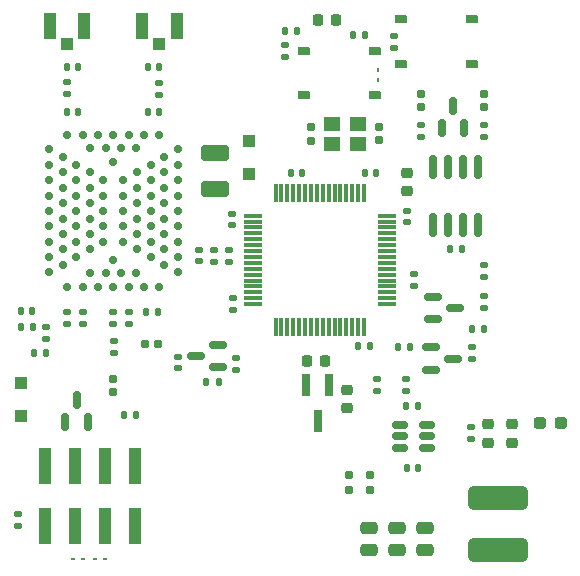
<source format=gbr>
%TF.GenerationSoftware,KiCad,Pcbnew,(7.0.0)*%
%TF.CreationDate,2023-03-16T22:42:37+01:00*%
%TF.ProjectId,iot_diagnostic_tool,696f745f-6469-4616-976e-6f737469635f,rev?*%
%TF.SameCoordinates,Original*%
%TF.FileFunction,Paste,Top*%
%TF.FilePolarity,Positive*%
%FSLAX46Y46*%
G04 Gerber Fmt 4.6, Leading zero omitted, Abs format (unit mm)*
G04 Created by KiCad (PCBNEW (7.0.0)) date 2023-03-16 22:42:37*
%MOMM*%
%LPD*%
G01*
G04 APERTURE LIST*
G04 Aperture macros list*
%AMRoundRect*
0 Rectangle with rounded corners*
0 $1 Rounding radius*
0 $2 $3 $4 $5 $6 $7 $8 $9 X,Y pos of 4 corners*
0 Add a 4 corners polygon primitive as box body*
4,1,4,$2,$3,$4,$5,$6,$7,$8,$9,$2,$3,0*
0 Add four circle primitives for the rounded corners*
1,1,$1+$1,$2,$3*
1,1,$1+$1,$4,$5*
1,1,$1+$1,$6,$7*
1,1,$1+$1,$8,$9*
0 Add four rect primitives between the rounded corners*
20,1,$1+$1,$2,$3,$4,$5,0*
20,1,$1+$1,$4,$5,$6,$7,0*
20,1,$1+$1,$6,$7,$8,$9,0*
20,1,$1+$1,$8,$9,$2,$3,0*%
G04 Aperture macros list end*
%ADD10RoundRect,0.135000X0.135000X0.185000X-0.135000X0.185000X-0.135000X-0.185000X0.135000X-0.185000X0*%
%ADD11RoundRect,0.135000X0.185000X-0.135000X0.185000X0.135000X-0.185000X0.135000X-0.185000X-0.135000X0*%
%ADD12RoundRect,0.135000X-0.135000X-0.185000X0.135000X-0.185000X0.135000X0.185000X-0.135000X0.185000X0*%
%ADD13RoundRect,0.218750X0.218750X0.256250X-0.218750X0.256250X-0.218750X-0.256250X0.218750X-0.256250X0*%
%ADD14RoundRect,0.140000X-0.140000X-0.170000X0.140000X-0.170000X0.140000X0.170000X-0.140000X0.170000X0*%
%ADD15RoundRect,0.140000X-0.170000X0.140000X-0.170000X-0.140000X0.170000X-0.140000X0.170000X0.140000X0*%
%ADD16RoundRect,0.140000X0.140000X0.170000X-0.140000X0.170000X-0.140000X-0.170000X0.140000X-0.170000X0*%
%ADD17R,0.800000X1.900000*%
%ADD18RoundRect,0.155000X-0.155000X0.212500X-0.155000X-0.212500X0.155000X-0.212500X0.155000X0.212500X0*%
%ADD19RoundRect,0.155000X0.155000X-0.212500X0.155000X0.212500X-0.155000X0.212500X-0.155000X-0.212500X0*%
%ADD20RoundRect,0.225000X0.250000X-0.225000X0.250000X0.225000X-0.250000X0.225000X-0.250000X-0.225000X0*%
%ADD21RoundRect,0.525000X2.025000X-0.525000X2.025000X0.525000X-2.025000X0.525000X-2.025000X-0.525000X0*%
%ADD22R,1.000000X1.050000*%
%ADD23R,1.050000X2.200000*%
%ADD24RoundRect,0.135000X-0.185000X0.135000X-0.185000X-0.135000X0.185000X-0.135000X0.185000X0.135000X0*%
%ADD25RoundRect,0.160000X0.160000X-0.197500X0.160000X0.197500X-0.160000X0.197500X-0.160000X-0.197500X0*%
%ADD26RoundRect,0.140000X0.170000X-0.140000X0.170000X0.140000X-0.170000X0.140000X-0.170000X-0.140000X0*%
%ADD27RoundRect,0.062500X-0.117500X-0.062500X0.117500X-0.062500X0.117500X0.062500X-0.117500X0.062500X0*%
%ADD28RoundRect,0.150000X0.150000X-0.587500X0.150000X0.587500X-0.150000X0.587500X-0.150000X-0.587500X0*%
%ADD29R,1.000000X3.150000*%
%ADD30RoundRect,0.112500X-0.387500X-0.262500X0.387500X-0.262500X0.387500X0.262500X-0.387500X0.262500X0*%
%ADD31RoundRect,0.225000X-0.250000X0.225000X-0.250000X-0.225000X0.250000X-0.225000X0.250000X0.225000X0*%
%ADD32RoundRect,0.250000X0.475000X-0.250000X0.475000X0.250000X-0.475000X0.250000X-0.475000X-0.250000X0*%
%ADD33RoundRect,0.150000X-0.587500X-0.150000X0.587500X-0.150000X0.587500X0.150000X-0.587500X0.150000X0*%
%ADD34RoundRect,0.237500X0.287500X0.237500X-0.287500X0.237500X-0.287500X-0.237500X0.287500X-0.237500X0*%
%ADD35RoundRect,0.150000X0.587500X0.150000X-0.587500X0.150000X-0.587500X-0.150000X0.587500X-0.150000X0*%
%ADD36RoundRect,0.062500X0.117500X0.062500X-0.117500X0.062500X-0.117500X-0.062500X0.117500X-0.062500X0*%
%ADD37RoundRect,0.250000X0.300000X-0.300000X0.300000X0.300000X-0.300000X0.300000X-0.300000X-0.300000X0*%
%ADD38RoundRect,0.155000X-0.212500X-0.155000X0.212500X-0.155000X0.212500X0.155000X-0.212500X0.155000X0*%
%ADD39RoundRect,0.075000X-0.075000X0.700000X-0.075000X-0.700000X0.075000X-0.700000X0.075000X0.700000X0*%
%ADD40RoundRect,0.075000X-0.700000X0.075000X-0.700000X-0.075000X0.700000X-0.075000X0.700000X0.075000X0*%
%ADD41R,1.400000X1.200000*%
%ADD42RoundRect,0.150000X0.512500X0.150000X-0.512500X0.150000X-0.512500X-0.150000X0.512500X-0.150000X0*%
%ADD43RoundRect,0.150000X0.150000X-0.825000X0.150000X0.825000X-0.150000X0.825000X-0.150000X-0.825000X0*%
%ADD44RoundRect,0.062500X0.062500X-0.117500X0.062500X0.117500X-0.062500X0.117500X-0.062500X-0.117500X0*%
%ADD45RoundRect,0.112500X0.387500X0.262500X-0.387500X0.262500X-0.387500X-0.262500X0.387500X-0.262500X0*%
%ADD46RoundRect,0.225000X-0.225000X-0.250000X0.225000X-0.250000X0.225000X0.250000X-0.225000X0.250000X0*%
%ADD47RoundRect,0.250000X0.925000X-0.412500X0.925000X0.412500X-0.925000X0.412500X-0.925000X-0.412500X0*%
%ADD48RoundRect,0.160000X-0.160000X0.197500X-0.160000X-0.197500X0.160000X-0.197500X0.160000X0.197500X0*%
%ADD49C,0.700000*%
G04 APERTURE END LIST*
D10*
%TO.C,R19*%
X152210000Y-72950000D03*
X151190000Y-72950000D03*
%TD*%
D11*
%TO.C,R18*%
X151225000Y-75210000D03*
X151225000Y-74190000D03*
%TD*%
D12*
%TO.C,R17*%
X156940000Y-73325000D03*
X157960000Y-73325000D03*
%TD*%
D13*
%TO.C,D2*%
X155537500Y-72000000D03*
X153962500Y-72000000D03*
%TD*%
D14*
%TO.C,C4*%
X151655000Y-84975001D03*
X152615000Y-84975001D03*
%TD*%
D15*
%TO.C,C23*%
X146450000Y-91540000D03*
X146450000Y-92500000D03*
%TD*%
D16*
%TO.C,C18*%
X166140000Y-91450001D03*
X165180000Y-91450001D03*
%TD*%
D17*
%TO.C,U6*%
X154899999Y-102949999D03*
X152999999Y-102949999D03*
X153949999Y-105949999D03*
%TD*%
D18*
%TO.C,C9*%
X159185000Y-81057501D03*
X159185000Y-82192501D03*
%TD*%
D10*
%TO.C,R8*%
X161810000Y-99750000D03*
X160790000Y-99750000D03*
%TD*%
D19*
%TO.C,C10*%
X153400000Y-82242502D03*
X153400000Y-81107502D03*
%TD*%
D20*
%TO.C,C1*%
X161500000Y-86525000D03*
X161500000Y-84975000D03*
%TD*%
D21*
%TO.C,L1*%
X169250000Y-112500000D03*
X169250000Y-116900000D03*
%TD*%
D19*
%TO.C,C19*%
X168060000Y-79417501D03*
X168060000Y-78282501D03*
%TD*%
D22*
%TO.C,AE1*%
X140559999Y-74075000D03*
D23*
X139084999Y-72550000D03*
X142034999Y-72550000D03*
%TD*%
D15*
%TO.C,C2*%
X161535000Y-88170001D03*
X161535000Y-89130001D03*
%TD*%
D24*
%TO.C,R30*%
X137960000Y-96790001D03*
X137960000Y-97810001D03*
%TD*%
D25*
%TO.C,R2*%
X156600000Y-111797500D03*
X156600000Y-110602500D03*
%TD*%
D26*
%TO.C,C7*%
X146785000Y-96555001D03*
X146785000Y-95595001D03*
%TD*%
D27*
%TO.C,D9*%
X135967500Y-117675000D03*
X135127500Y-117675000D03*
%TD*%
D28*
%TO.C,D1*%
X164460000Y-81187501D03*
X166360000Y-81187501D03*
X165410000Y-79312501D03*
%TD*%
D24*
%TO.C,R35*%
X132760000Y-96790001D03*
X132760000Y-97810001D03*
%TD*%
D16*
%TO.C,C38*%
X140550000Y-79800000D03*
X139590000Y-79800000D03*
%TD*%
D11*
%TO.C,R38*%
X140550000Y-78410000D03*
X140550000Y-77390000D03*
%TD*%
D29*
%TO.C,J2*%
X138509999Y-109824999D03*
X138509999Y-114874999D03*
X135969999Y-109824999D03*
X135969999Y-114874999D03*
X133429999Y-109824999D03*
X133429999Y-114874999D03*
X130889999Y-109824999D03*
X130889999Y-114874999D03*
%TD*%
D24*
%TO.C,R36*%
X134060000Y-96790001D03*
X134060000Y-97810001D03*
%TD*%
D30*
%TO.C,SW3*%
X152800000Y-74625000D03*
X158800000Y-74625000D03*
X152800000Y-78375000D03*
X158800000Y-78375000D03*
%TD*%
D14*
%TO.C,C41*%
X132725000Y-76050001D03*
X133685000Y-76050001D03*
%TD*%
D11*
%TO.C,R39*%
X132750000Y-78310000D03*
X132750000Y-77290000D03*
%TD*%
D12*
%TO.C,R7*%
X167050000Y-98160001D03*
X168070000Y-98160001D03*
%TD*%
D24*
%TO.C,R32*%
X136700000Y-99190000D03*
X136700000Y-100210000D03*
%TD*%
D11*
%TO.C,R4*%
X168060000Y-81910001D03*
X168060000Y-80890001D03*
%TD*%
D12*
%TO.C,R34*%
X128800000Y-97990001D03*
X129820000Y-97990001D03*
%TD*%
D16*
%TO.C,C14*%
X162490000Y-110000001D03*
X161530000Y-110000001D03*
%TD*%
D22*
%TO.C,AE2*%
X132734999Y-74080000D03*
D23*
X131259999Y-72555000D03*
X134209999Y-72555000D03*
%TD*%
D24*
%TO.C,R9*%
X167050000Y-99690000D03*
X167050000Y-100710000D03*
%TD*%
D16*
%TO.C,C37*%
X129790000Y-96700001D03*
X128830000Y-96700001D03*
%TD*%
D31*
%TO.C,C13*%
X168400000Y-106275000D03*
X168400000Y-107825000D03*
%TD*%
D28*
%TO.C,D7*%
X132600000Y-106087500D03*
X134500000Y-106087500D03*
X133550000Y-104212500D03*
%TD*%
D32*
%TO.C,C16*%
X160650000Y-116950000D03*
X160650000Y-115050000D03*
%TD*%
D24*
%TO.C,R33*%
X130960000Y-98030001D03*
X130960000Y-99050001D03*
%TD*%
D33*
%TO.C,Q1*%
X163687500Y-95475000D03*
X163687500Y-97375000D03*
X165562500Y-96425000D03*
%TD*%
D34*
%TO.C,F1*%
X174525000Y-106150000D03*
X172775000Y-106150000D03*
%TD*%
D24*
%TO.C,R1*%
X159010000Y-102440001D03*
X159010000Y-103460001D03*
%TD*%
D18*
%TO.C,C34*%
X136600000Y-102402500D03*
X136600000Y-103537500D03*
%TD*%
D35*
%TO.C,Q2*%
X145487500Y-101450000D03*
X145487500Y-99550000D03*
X143612500Y-100500000D03*
%TD*%
D36*
%TO.C,D8*%
X133280000Y-117675000D03*
X134120000Y-117675000D03*
%TD*%
D14*
%TO.C,C3*%
X157955000Y-85025001D03*
X158915000Y-85025001D03*
%TD*%
D11*
%TO.C,R10*%
X168060000Y-96420001D03*
X168060000Y-95400001D03*
%TD*%
D31*
%TO.C,C12*%
X170400000Y-106275000D03*
X170400000Y-107825000D03*
%TD*%
D11*
%TO.C,R11*%
X168060000Y-93770001D03*
X168060000Y-92750001D03*
%TD*%
D15*
%TO.C,C25*%
X142100000Y-100570000D03*
X142100000Y-101530000D03*
%TD*%
D14*
%TO.C,C36*%
X129970000Y-100250000D03*
X130930000Y-100250000D03*
%TD*%
D32*
%TO.C,C17*%
X158300000Y-116950000D03*
X158300000Y-115050000D03*
%TD*%
D12*
%TO.C,R15*%
X144540000Y-102700000D03*
X145560000Y-102700000D03*
%TD*%
D37*
%TO.C,D11*%
X148175000Y-85050000D03*
X148175000Y-82250000D03*
%TD*%
D26*
%TO.C,C6*%
X146735000Y-89430001D03*
X146735000Y-88470001D03*
%TD*%
D38*
%TO.C,C35*%
X139332500Y-99450000D03*
X140467500Y-99450000D03*
%TD*%
D15*
%TO.C,C22*%
X145200000Y-91540000D03*
X145200000Y-92500000D03*
%TD*%
D39*
%TO.C,U1*%
X157885000Y-86675001D03*
X157385000Y-86675001D03*
X156885000Y-86675001D03*
X156385000Y-86675001D03*
X155885000Y-86675001D03*
X155385000Y-86675001D03*
X154885000Y-86675001D03*
X154385000Y-86675001D03*
X153885000Y-86675001D03*
X153385000Y-86675001D03*
X152885000Y-86675001D03*
X152385000Y-86675001D03*
X151885000Y-86675001D03*
X151385000Y-86675001D03*
X150885000Y-86675001D03*
X150385000Y-86675001D03*
D40*
X148460000Y-88600001D03*
X148460000Y-89100001D03*
X148460000Y-89600001D03*
X148460000Y-90100001D03*
X148460000Y-90600001D03*
X148460000Y-91100001D03*
X148460000Y-91600001D03*
X148460000Y-92100001D03*
X148460000Y-92600001D03*
X148460000Y-93100001D03*
X148460000Y-93600001D03*
X148460000Y-94100001D03*
X148460000Y-94600001D03*
X148460000Y-95100001D03*
X148460000Y-95600001D03*
X148460000Y-96100001D03*
D39*
X150385000Y-98025001D03*
X150885000Y-98025001D03*
X151385000Y-98025001D03*
X151885000Y-98025001D03*
X152385000Y-98025001D03*
X152885000Y-98025001D03*
X153385000Y-98025001D03*
X153885000Y-98025001D03*
X154385000Y-98025001D03*
X154885000Y-98025001D03*
X155385000Y-98025001D03*
X155885000Y-98025001D03*
X156385000Y-98025001D03*
X156885000Y-98025001D03*
X157385000Y-98025001D03*
X157885000Y-98025001D03*
D40*
X159810000Y-96100001D03*
X159810000Y-95600001D03*
X159810000Y-95100001D03*
X159810000Y-94600001D03*
X159810000Y-94100001D03*
X159810000Y-93600001D03*
X159810000Y-93100001D03*
X159810000Y-92600001D03*
X159810000Y-92100001D03*
X159810000Y-91600001D03*
X159810000Y-91100001D03*
X159810000Y-90600001D03*
X159810000Y-90100001D03*
X159810000Y-89600001D03*
X159810000Y-89100001D03*
X159810000Y-88600001D03*
%TD*%
D20*
%TO.C,C28*%
X156460000Y-104925001D03*
X156460000Y-103375001D03*
%TD*%
D16*
%TO.C,C5*%
X158365000Y-99675001D03*
X157405000Y-99675001D03*
%TD*%
D10*
%TO.C,R31*%
X138610000Y-105450000D03*
X137590000Y-105450000D03*
%TD*%
D24*
%TO.C,R14*%
X147000000Y-100640000D03*
X147000000Y-101660000D03*
%TD*%
D15*
%TO.C,C11*%
X166900000Y-106520000D03*
X166900000Y-107480000D03*
%TD*%
D41*
%TO.C,Y1*%
X157334999Y-80825000D03*
X155134999Y-80825000D03*
X155134999Y-82525000D03*
X157334999Y-82525000D03*
%TD*%
D42*
%TO.C,U2*%
X163185000Y-108250001D03*
X163185000Y-107300001D03*
X163185000Y-106350001D03*
X160910000Y-106350001D03*
X160910000Y-107300001D03*
X160910000Y-108250001D03*
%TD*%
D33*
%TO.C,Q4*%
X163512500Y-99750000D03*
X163512500Y-101650000D03*
X165387500Y-100700000D03*
%TD*%
D16*
%TO.C,C39*%
X140530000Y-76050000D03*
X139570000Y-76050000D03*
%TD*%
D43*
%TO.C,U3*%
X163705000Y-89425001D03*
X164975000Y-89425001D03*
X166245000Y-89425001D03*
X167515000Y-89425001D03*
X167515000Y-84475001D03*
X166245000Y-84475001D03*
X164975000Y-84475001D03*
X163705000Y-84475001D03*
%TD*%
D24*
%TO.C,R37*%
X128550000Y-113840000D03*
X128550000Y-114860000D03*
%TD*%
D44*
%TO.C,D10*%
X159050000Y-76252500D03*
X159050000Y-77092500D03*
%TD*%
D10*
%TO.C,R12*%
X162470000Y-104750001D03*
X161450000Y-104750001D03*
%TD*%
D11*
%TO.C,R13*%
X161450000Y-103450000D03*
X161450000Y-102430000D03*
%TD*%
%TO.C,R5*%
X162710000Y-81910001D03*
X162710000Y-80890001D03*
%TD*%
D15*
%TO.C,C8*%
X160450000Y-73420000D03*
X160450000Y-74380000D03*
%TD*%
D37*
%TO.C,D6*%
X128850000Y-105550000D03*
X128850000Y-102750000D03*
%TD*%
D19*
%TO.C,C20*%
X162710000Y-79417501D03*
X162710000Y-78282501D03*
%TD*%
D32*
%TO.C,C15*%
X163000000Y-116950000D03*
X163000000Y-115050000D03*
%TD*%
D45*
%TO.C,SW1*%
X167050000Y-75725000D03*
X161050000Y-75725000D03*
X167050000Y-71975000D03*
X161050000Y-71975000D03*
%TD*%
D46*
%TO.C,C29*%
X153035000Y-100950000D03*
X154585000Y-100950000D03*
%TD*%
D47*
%TO.C,C24*%
X145300000Y-86375000D03*
X145300000Y-83300000D03*
%TD*%
D48*
%TO.C,R3*%
X158360000Y-110602501D03*
X158360000Y-111797501D03*
%TD*%
D14*
%TO.C,C40*%
X132735000Y-79800001D03*
X133695000Y-79800001D03*
%TD*%
D24*
%TO.C,R29*%
X136660000Y-96780002D03*
X136660000Y-97800002D03*
%TD*%
D49*
%TO.C,U4*%
X131210000Y-83000001D03*
X131210000Y-84300001D03*
X131210000Y-85600001D03*
X131210000Y-86900001D03*
X131210000Y-88200001D03*
X131210000Y-89500001D03*
X131210000Y-90800001D03*
X131210000Y-92100001D03*
X131210000Y-93400001D03*
X132760000Y-94650001D03*
X134060000Y-94650001D03*
X135360000Y-94650001D03*
X136660000Y-94650001D03*
X137960000Y-94650001D03*
X139260000Y-94650001D03*
X140560000Y-94650001D03*
X142110000Y-93400001D03*
X142110000Y-92100001D03*
X142110000Y-90800001D03*
X142110000Y-89500001D03*
X142110000Y-88200001D03*
X142110000Y-86900001D03*
X142110000Y-85600001D03*
X142110000Y-84300001D03*
X142110000Y-83000001D03*
X140560000Y-81750001D03*
X139260000Y-81750001D03*
X137960000Y-81750001D03*
X136660000Y-81750001D03*
X135360000Y-81750001D03*
X134060000Y-81750001D03*
X132760000Y-81750001D03*
X132360000Y-83650001D03*
X132360000Y-84950001D03*
X132360000Y-86250001D03*
X132360000Y-87550001D03*
X132360000Y-88850001D03*
X132360000Y-90150001D03*
X132360000Y-91450001D03*
X132360000Y-92750001D03*
X134710000Y-93500001D03*
X136010000Y-93500001D03*
X137310000Y-93500001D03*
X138610000Y-93500001D03*
X140960000Y-92750001D03*
X140960000Y-91450001D03*
X140960000Y-90150001D03*
X140960000Y-88850001D03*
X140960000Y-87550001D03*
X140960000Y-86250001D03*
X140960000Y-84950001D03*
X140960000Y-83650001D03*
X138610000Y-82900001D03*
X137310000Y-82900001D03*
X136010000Y-82900001D03*
X134710000Y-82900001D03*
X133510000Y-84300001D03*
X133510000Y-85600001D03*
X133510000Y-86900001D03*
X133510000Y-88200001D03*
X133510000Y-89500001D03*
X133510000Y-90800001D03*
X133510000Y-92100001D03*
X136660000Y-92350001D03*
X139810000Y-92100001D03*
X139810000Y-90800001D03*
X139810000Y-89500001D03*
X139810000Y-88200001D03*
X139810000Y-86900001D03*
X139810000Y-85600001D03*
X139810000Y-84300001D03*
X136660000Y-84050001D03*
X134660000Y-84950001D03*
X134660000Y-86250001D03*
X134660000Y-87550001D03*
X134660000Y-88850001D03*
X134660000Y-90150001D03*
X134660000Y-91450001D03*
X138660000Y-91450001D03*
X138660000Y-90150001D03*
X138660000Y-88850001D03*
X138660000Y-87550001D03*
X138660000Y-86250001D03*
X138660000Y-84950001D03*
X135810000Y-85600001D03*
X135810000Y-86900001D03*
X135810000Y-88200001D03*
X135810000Y-89500001D03*
X135810000Y-90800001D03*
X137510000Y-90800001D03*
X137510000Y-89500001D03*
X137510000Y-88200001D03*
X137510000Y-86900001D03*
X137510000Y-85600001D03*
%TD*%
D11*
%TO.C,R6*%
X162100000Y-94570001D03*
X162100000Y-93550001D03*
%TD*%
D15*
%TO.C,C21*%
X143900000Y-91520000D03*
X143900000Y-92480000D03*
%TD*%
D12*
%TO.C,R28*%
X139390000Y-96750000D03*
X140410000Y-96750000D03*
%TD*%
M02*

</source>
